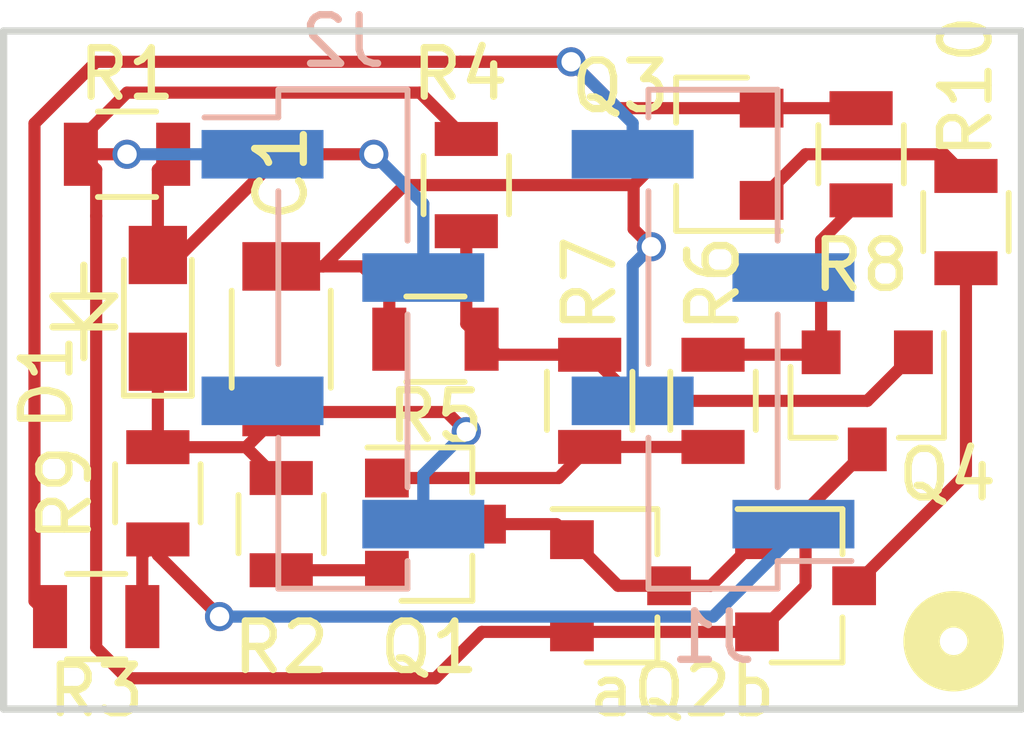
<source format=kicad_pcb>
(kicad_pcb (version 4) (host pcbnew 4.0.7)

  (general
    (links 32)
    (no_connects 0)
    (area 119.879 105.695 142.702 123.045)
    (thickness 1.6)
    (drawings 5)
    (tracks 104)
    (zones 0)
    (modules 20)
    (nets 16)
  )

  (page A4)
  (layers
    (0 F.Cu signal)
    (31 B.Cu signal)
    (32 B.Adhes user)
    (33 F.Adhes user)
    (34 B.Paste user hide)
    (35 F.Paste user)
    (36 B.SilkS user)
    (37 F.SilkS user)
    (38 B.Mask user)
    (39 F.Mask user)
    (40 Dwgs.User user)
    (41 Cmts.User user)
    (42 Eco1.User user)
    (43 Eco2.User user)
    (44 Edge.Cuts user)
    (45 Margin user)
    (46 B.CrtYd user)
    (47 F.CrtYd user hide)
    (48 B.Fab user hide)
    (49 F.Fab user hide)
  )

  (setup
    (last_trace_width 0.25)
    (trace_clearance 0.25)
    (zone_clearance 0.508)
    (zone_45_only no)
    (trace_min 0.2)
    (segment_width 0.75)
    (edge_width 0.15)
    (via_size 0.6)
    (via_drill 0.4)
    (via_min_size 0.4)
    (via_min_drill 0.3)
    (uvia_size 0.3)
    (uvia_drill 0.1)
    (uvias_allowed no)
    (uvia_min_size 0.2)
    (uvia_min_drill 0.1)
    (pcb_text_width 0.3)
    (pcb_text_size 1.5 1.5)
    (mod_edge_width 0.15)
    (mod_text_size 1 1)
    (mod_text_width 0.15)
    (pad_size 1.524 1.524)
    (pad_drill 0.762)
    (pad_to_mask_clearance 0.2)
    (aux_axis_origin 0 0)
    (visible_elements 7FFEFFBF)
    (pcbplotparams
      (layerselection 0x000f0_80000001)
      (usegerberextensions false)
      (excludeedgelayer true)
      (linewidth 0.100000)
      (plotframeref false)
      (viasonmask false)
      (mode 1)
      (useauxorigin false)
      (hpglpennumber 1)
      (hpglpenspeed 20)
      (hpglpendiameter 15)
      (hpglpenoverlay 2)
      (psnegative false)
      (psa4output false)
      (plotreference true)
      (plotvalue true)
      (plotinvisibletext false)
      (padsonsilk false)
      (subtractmaskfromsilk false)
      (outputformat 1)
      (mirror false)
      (drillshape 0)
      (scaleselection 1)
      (outputdirectory GerberFiles/))
  )

  (net 0 "")
  (net 1 "Net-(C1-Pad1)")
  (net 2 "Net-(C1-Pad2)")
  (net 3 "Net-(D1-Pad2)")
  (net 4 "Net-(Q1-Pad2)")
  (net 5 "Net-(Q1-Pad3)")
  (net 6 "Net-(Q1-Pad1)")
  (net 7 "Net-(BT1-Pad1)")
  (net 8 "Net-(Q2B1-Pad3)")
  (net 9 "Net-(BT1-Pad2)")
  (net 10 "Net-(Q4-Pad2)")
  (net 11 "Net-(Q4-Pad1)")
  (net 12 "Net-(Q3-Pad1)")
  (net 13 "Net-(J1-Pad1)")
  (net 14 "Net-(J1-Pad3)")
  (net 15 "Net-(J2-Pad3)")

  (net_class Default "This is the default net class."
    (clearance 0.25)
    (trace_width 0.25)
    (via_dia 0.6)
    (via_drill 0.4)
    (uvia_dia 0.3)
    (uvia_drill 0.1)
    (add_net "Net-(BT1-Pad1)")
    (add_net "Net-(BT1-Pad2)")
    (add_net "Net-(C1-Pad1)")
    (add_net "Net-(C1-Pad2)")
    (add_net "Net-(D1-Pad2)")
    (add_net "Net-(J1-Pad1)")
    (add_net "Net-(J1-Pad3)")
    (add_net "Net-(J2-Pad3)")
    (add_net "Net-(Q1-Pad1)")
    (add_net "Net-(Q1-Pad2)")
    (add_net "Net-(Q1-Pad3)")
    (add_net "Net-(Q2B1-Pad3)")
    (add_net "Net-(Q3-Pad1)")
    (add_net "Net-(Q4-Pad1)")
    (add_net "Net-(Q4-Pad2)")
  )

  (module Resistors_SMD:R_0805 (layer F.Cu) (tedit 5A283D2F) (tstamp 5A1F1A68)
    (at 123.19 116.205 270)
    (descr "Resistor SMD 0805, reflow soldering, Vishay (see dcrcw.pdf)")
    (tags "resistor 0805")
    (path /5A1F1570)
    (attr smd)
    (fp_text reference R2 (at 3.175 -2.54 360) (layer F.SilkS)
      (effects (font (size 1 1) (thickness 0.15)))
    )
    (fp_text value 5.6K (at 0 1.75 270) (layer F.Fab)
      (effects (font (size 1 1) (thickness 0.15)))
    )
    (fp_text user %R (at 0 0 270) (layer F.Fab)
      (effects (font (size 0.5 0.5) (thickness 0.075)))
    )
    (fp_line (start -1 0.62) (end -1 -0.62) (layer F.Fab) (width 0.1))
    (fp_line (start 1 0.62) (end -1 0.62) (layer F.Fab) (width 0.1))
    (fp_line (start 1 -0.62) (end 1 0.62) (layer F.Fab) (width 0.1))
    (fp_line (start -1 -0.62) (end 1 -0.62) (layer F.Fab) (width 0.1))
    (fp_line (start 0.6 0.88) (end -0.6 0.88) (layer F.SilkS) (width 0.12))
    (fp_line (start -0.6 -0.88) (end 0.6 -0.88) (layer F.SilkS) (width 0.12))
    (fp_line (start -1.55 -0.9) (end 1.55 -0.9) (layer F.CrtYd) (width 0.05))
    (fp_line (start -1.55 -0.9) (end -1.55 0.9) (layer F.CrtYd) (width 0.05))
    (fp_line (start 1.55 0.9) (end 1.55 -0.9) (layer F.CrtYd) (width 0.05))
    (fp_line (start 1.55 0.9) (end -1.55 0.9) (layer F.CrtYd) (width 0.05))
    (pad 1 smd rect (at -0.95 0 270) (size 0.7 1.3) (layers F.Cu F.Paste F.Mask)
      (net 2 "Net-(C1-Pad2)"))
    (pad 2 smd rect (at 0.95 0 270) (size 0.7 1.3) (layers F.Cu F.Paste F.Mask)
      (net 13 "Net-(J1-Pad1)"))
    (model ${KISYS3DMOD}/Resistors_SMD.3dshapes/R_0805.wrl
      (at (xyz 0 0 0))
      (scale (xyz 1 1 1))
      (rotate (xyz 0 0 0))
    )
  )

  (module LEDs:LED_0805 (layer F.Cu) (tedit 5A286304) (tstamp 5A1F1A39)
    (at 123.19 112.395 90)
    (descr "LED 0805 smd package")
    (tags "LED led 0805 SMD smd SMT smt smdled SMDLED smtled SMTLED")
    (path /5A1F2888)
    (attr smd)
    (fp_text reference D1 (at -1.524 -2.286 90) (layer F.SilkS)
      (effects (font (size 1 1) (thickness 0.15)))
    )
    (fp_text value LED (at 0 1.55 90) (layer F.Fab)
      (effects (font (size 1 1) (thickness 0.15)))
    )
    (fp_line (start -1.8 -0.7) (end -1.8 0.7) (layer F.SilkS) (width 0.12))
    (fp_line (start -0.4 -0.4) (end -0.4 0.4) (layer F.Fab) (width 0.1))
    (fp_line (start -0.4 0) (end 0.2 -0.4) (layer F.Fab) (width 0.1))
    (fp_line (start 0.2 0.4) (end -0.4 0) (layer F.Fab) (width 0.1))
    (fp_line (start 0.2 -0.4) (end 0.2 0.4) (layer F.Fab) (width 0.1))
    (fp_line (start 1 0.6) (end -1 0.6) (layer F.Fab) (width 0.1))
    (fp_line (start 1 -0.6) (end 1 0.6) (layer F.Fab) (width 0.1))
    (fp_line (start -1 -0.6) (end 1 -0.6) (layer F.Fab) (width 0.1))
    (fp_line (start -1 0.6) (end -1 -0.6) (layer F.Fab) (width 0.1))
    (fp_line (start -1.8 0.7) (end 1 0.7) (layer F.SilkS) (width 0.12))
    (fp_line (start -1.8 -0.7) (end 1 -0.7) (layer F.SilkS) (width 0.12))
    (fp_line (start 1.95 -0.85) (end 1.95 0.85) (layer F.CrtYd) (width 0.05))
    (fp_line (start 1.95 0.85) (end -1.95 0.85) (layer F.CrtYd) (width 0.05))
    (fp_line (start -1.95 0.85) (end -1.95 -0.85) (layer F.CrtYd) (width 0.05))
    (fp_line (start -1.95 -0.85) (end 1.95 -0.85) (layer F.CrtYd) (width 0.05))
    (fp_text user %R (at 0 -1.25 90) (layer F.Fab)
      (effects (font (size 0.4 0.4) (thickness 0.1)))
    )
    (pad 2 smd rect (at 1.1 0 270) (size 1.2 1.2) (layers F.Cu F.Paste F.Mask)
      (net 3 "Net-(D1-Pad2)"))
    (pad 1 smd rect (at -1.1 0 270) (size 1.2 1.2) (layers F.Cu F.Paste F.Mask)
      (net 2 "Net-(C1-Pad2)"))
    (model ${KISYS3DMOD}/LEDs.3dshapes/LED_0805.wrl
      (at (xyz 0 0 0))
      (scale (xyz 1 1 1))
      (rotate (xyz 0 0 180))
    )
  )

  (module Resistors_SMD:R_0805 (layer F.Cu) (tedit 58E0A804) (tstamp 5A1F1A62)
    (at 122.555 109.22)
    (descr "Resistor SMD 0805, reflow soldering, Vishay (see dcrcw.pdf)")
    (tags "resistor 0805")
    (path /5A1F12BF)
    (attr smd)
    (fp_text reference R1 (at 0 -1.65) (layer F.SilkS)
      (effects (font (size 1 1) (thickness 0.15)))
    )
    (fp_text value 12 (at 0 1.75) (layer F.Fab)
      (effects (font (size 1 1) (thickness 0.15)))
    )
    (fp_text user %R (at 0 0) (layer F.Fab)
      (effects (font (size 0.5 0.5) (thickness 0.075)))
    )
    (fp_line (start -1 0.62) (end -1 -0.62) (layer F.Fab) (width 0.1))
    (fp_line (start 1 0.62) (end -1 0.62) (layer F.Fab) (width 0.1))
    (fp_line (start 1 -0.62) (end 1 0.62) (layer F.Fab) (width 0.1))
    (fp_line (start -1 -0.62) (end 1 -0.62) (layer F.Fab) (width 0.1))
    (fp_line (start 0.6 0.88) (end -0.6 0.88) (layer F.SilkS) (width 0.12))
    (fp_line (start -0.6 -0.88) (end 0.6 -0.88) (layer F.SilkS) (width 0.12))
    (fp_line (start -1.55 -0.9) (end 1.55 -0.9) (layer F.CrtYd) (width 0.05))
    (fp_line (start -1.55 -0.9) (end -1.55 0.9) (layer F.CrtYd) (width 0.05))
    (fp_line (start 1.55 0.9) (end 1.55 -0.9) (layer F.CrtYd) (width 0.05))
    (fp_line (start 1.55 0.9) (end -1.55 0.9) (layer F.CrtYd) (width 0.05))
    (pad 1 smd rect (at -0.95 0) (size 0.7 1.3) (layers F.Cu F.Paste F.Mask)
      (net 7 "Net-(BT1-Pad1)"))
    (pad 2 smd rect (at 0.95 0) (size 0.7 1.3) (layers F.Cu F.Paste F.Mask)
      (net 3 "Net-(D1-Pad2)"))
    (model ${KISYS3DMOD}/Resistors_SMD.3dshapes/R_0805.wrl
      (at (xyz 0 0 0))
      (scale (xyz 1 1 1))
      (rotate (xyz 0 0 0))
    )
  )

  (module Resistors_SMD:R_0805 (layer F.Cu) (tedit 5A2863D0) (tstamp 5A1F1A6E)
    (at 121.92 118.745 180)
    (descr "Resistor SMD 0805, reflow soldering, Vishay (see dcrcw.pdf)")
    (tags "resistor 0805")
    (path /5A1F150A)
    (attr smd)
    (fp_text reference R3 (at 0 -1.524 180) (layer F.SilkS)
      (effects (font (size 1 1) (thickness 0.15)))
    )
    (fp_text value 3.3K (at 0 1.75 180) (layer F.Fab)
      (effects (font (size 1 1) (thickness 0.15)))
    )
    (fp_text user %R (at 0 0 180) (layer F.Fab)
      (effects (font (size 0.5 0.5) (thickness 0.075)))
    )
    (fp_line (start -1 0.62) (end -1 -0.62) (layer F.Fab) (width 0.1))
    (fp_line (start 1 0.62) (end -1 0.62) (layer F.Fab) (width 0.1))
    (fp_line (start 1 -0.62) (end 1 0.62) (layer F.Fab) (width 0.1))
    (fp_line (start -1 -0.62) (end 1 -0.62) (layer F.Fab) (width 0.1))
    (fp_line (start 0.6 0.88) (end -0.6 0.88) (layer F.SilkS) (width 0.12))
    (fp_line (start -0.6 -0.88) (end 0.6 -0.88) (layer F.SilkS) (width 0.12))
    (fp_line (start -1.55 -0.9) (end 1.55 -0.9) (layer F.CrtYd) (width 0.05))
    (fp_line (start -1.55 -0.9) (end -1.55 0.9) (layer F.CrtYd) (width 0.05))
    (fp_line (start 1.55 0.9) (end 1.55 -0.9) (layer F.CrtYd) (width 0.05))
    (fp_line (start 1.55 0.9) (end -1.55 0.9) (layer F.CrtYd) (width 0.05))
    (pad 1 smd rect (at -0.95 0 180) (size 0.7 1.3) (layers F.Cu F.Paste F.Mask)
      (net 13 "Net-(J1-Pad1)"))
    (pad 2 smd rect (at 0.95 0 180) (size 0.7 1.3) (layers F.Cu F.Paste F.Mask)
      (net 9 "Net-(BT1-Pad2)"))
    (model ${KISYS3DMOD}/Resistors_SMD.3dshapes/R_0805.wrl
      (at (xyz 0 0 0))
      (scale (xyz 1 1 1))
      (rotate (xyz 0 0 0))
    )
  )

  (module Resistors_SMD:R_0805 (layer F.Cu) (tedit 5A284058) (tstamp 5A1F1A74)
    (at 129.54 109.855 270)
    (descr "Resistor SMD 0805, reflow soldering, Vishay (see dcrcw.pdf)")
    (tags "resistor 0805")
    (path /5A1F1353)
    (attr smd)
    (fp_text reference R4 (at -2.286 0.127 360) (layer F.SilkS)
      (effects (font (size 1 1) (thickness 0.15)))
    )
    (fp_text value 410 (at 0 1.75 270) (layer F.Fab)
      (effects (font (size 1 1) (thickness 0.15)))
    )
    (fp_text user %R (at 0 0 270) (layer F.Fab)
      (effects (font (size 0.5 0.5) (thickness 0.075)))
    )
    (fp_line (start -1 0.62) (end -1 -0.62) (layer F.Fab) (width 0.1))
    (fp_line (start 1 0.62) (end -1 0.62) (layer F.Fab) (width 0.1))
    (fp_line (start 1 -0.62) (end 1 0.62) (layer F.Fab) (width 0.1))
    (fp_line (start -1 -0.62) (end 1 -0.62) (layer F.Fab) (width 0.1))
    (fp_line (start 0.6 0.88) (end -0.6 0.88) (layer F.SilkS) (width 0.12))
    (fp_line (start -0.6 -0.88) (end 0.6 -0.88) (layer F.SilkS) (width 0.12))
    (fp_line (start -1.55 -0.9) (end 1.55 -0.9) (layer F.CrtYd) (width 0.05))
    (fp_line (start -1.55 -0.9) (end -1.55 0.9) (layer F.CrtYd) (width 0.05))
    (fp_line (start 1.55 0.9) (end 1.55 -0.9) (layer F.CrtYd) (width 0.05))
    (fp_line (start 1.55 0.9) (end -1.55 0.9) (layer F.CrtYd) (width 0.05))
    (pad 1 smd rect (at -0.95 0 270) (size 0.7 1.3) (layers F.Cu F.Paste F.Mask)
      (net 7 "Net-(BT1-Pad1)"))
    (pad 2 smd rect (at 0.95 0 270) (size 0.7 1.3) (layers F.Cu F.Paste F.Mask)
      (net 11 "Net-(Q4-Pad1)"))
    (model ${KISYS3DMOD}/Resistors_SMD.3dshapes/R_0805.wrl
      (at (xyz 0 0 0))
      (scale (xyz 1 1 1))
      (rotate (xyz 0 0 0))
    )
  )

  (module Resistors_SMD:R_0805 (layer F.Cu) (tedit 5A28449C) (tstamp 5A1F1A7A)
    (at 128.905 113.03 180)
    (descr "Resistor SMD 0805, reflow soldering, Vishay (see dcrcw.pdf)")
    (tags "resistor 0805")
    (path /5A1F13B4)
    (attr smd)
    (fp_text reference R5 (at 0 -1.5875 180) (layer F.SilkS)
      (effects (font (size 1 1) (thickness 0.15)))
    )
    (fp_text value 410 (at 0 1.75 180) (layer F.Fab)
      (effects (font (size 1 1) (thickness 0.15)))
    )
    (fp_text user %R (at 0 0 180) (layer F.Fab)
      (effects (font (size 0.5 0.5) (thickness 0.075)))
    )
    (fp_line (start -1 0.62) (end -1 -0.62) (layer F.Fab) (width 0.1))
    (fp_line (start 1 0.62) (end -1 0.62) (layer F.Fab) (width 0.1))
    (fp_line (start 1 -0.62) (end 1 0.62) (layer F.Fab) (width 0.1))
    (fp_line (start -1 -0.62) (end 1 -0.62) (layer F.Fab) (width 0.1))
    (fp_line (start 0.6 0.88) (end -0.6 0.88) (layer F.SilkS) (width 0.12))
    (fp_line (start -0.6 -0.88) (end 0.6 -0.88) (layer F.SilkS) (width 0.12))
    (fp_line (start -1.55 -0.9) (end 1.55 -0.9) (layer F.CrtYd) (width 0.05))
    (fp_line (start -1.55 -0.9) (end -1.55 0.9) (layer F.CrtYd) (width 0.05))
    (fp_line (start 1.55 0.9) (end 1.55 -0.9) (layer F.CrtYd) (width 0.05))
    (fp_line (start 1.55 0.9) (end -1.55 0.9) (layer F.CrtYd) (width 0.05))
    (pad 1 smd rect (at -0.95 0 180) (size 0.7 1.3) (layers F.Cu F.Paste F.Mask)
      (net 11 "Net-(Q4-Pad1)"))
    (pad 2 smd rect (at 0.95 0 180) (size 0.7 1.3) (layers F.Cu F.Paste F.Mask)
      (net 1 "Net-(C1-Pad1)"))
    (model ${KISYS3DMOD}/Resistors_SMD.3dshapes/R_0805.wrl
      (at (xyz 0 0 0))
      (scale (xyz 1 1 1))
      (rotate (xyz 0 0 0))
    )
  )

  (module Resistors_SMD:R_0805 (layer F.Cu) (tedit 5A28401D) (tstamp 5A1F1A80)
    (at 132.08 114.3 270)
    (descr "Resistor SMD 0805, reflow soldering, Vishay (see dcrcw.pdf)")
    (tags "resistor 0805")
    (path /5A1F2593)
    (attr smd)
    (fp_text reference R6 (at -2.413 -2.54 270) (layer F.SilkS)
      (effects (font (size 1 1) (thickness 0.15)))
    )
    (fp_text value 22K (at 0 1.75 270) (layer F.Fab)
      (effects (font (size 1 1) (thickness 0.15)))
    )
    (fp_text user %R (at 0 0 270) (layer F.Fab)
      (effects (font (size 0.5 0.5) (thickness 0.075)))
    )
    (fp_line (start -1 0.62) (end -1 -0.62) (layer F.Fab) (width 0.1))
    (fp_line (start 1 0.62) (end -1 0.62) (layer F.Fab) (width 0.1))
    (fp_line (start 1 -0.62) (end 1 0.62) (layer F.Fab) (width 0.1))
    (fp_line (start -1 -0.62) (end 1 -0.62) (layer F.Fab) (width 0.1))
    (fp_line (start 0.6 0.88) (end -0.6 0.88) (layer F.SilkS) (width 0.12))
    (fp_line (start -0.6 -0.88) (end 0.6 -0.88) (layer F.SilkS) (width 0.12))
    (fp_line (start -1.55 -0.9) (end 1.55 -0.9) (layer F.CrtYd) (width 0.05))
    (fp_line (start -1.55 -0.9) (end -1.55 0.9) (layer F.CrtYd) (width 0.05))
    (fp_line (start 1.55 0.9) (end 1.55 -0.9) (layer F.CrtYd) (width 0.05))
    (fp_line (start 1.55 0.9) (end -1.55 0.9) (layer F.CrtYd) (width 0.05))
    (pad 1 smd rect (at -0.95 0 270) (size 0.7 1.3) (layers F.Cu F.Paste F.Mask)
      (net 11 "Net-(Q4-Pad1)"))
    (pad 2 smd rect (at 0.95 0 270) (size 0.7 1.3) (layers F.Cu F.Paste F.Mask)
      (net 6 "Net-(Q1-Pad1)"))
    (model ${KISYS3DMOD}/Resistors_SMD.3dshapes/R_0805.wrl
      (at (xyz 0 0 0))
      (scale (xyz 1 1 1))
      (rotate (xyz 0 0 0))
    )
  )

  (module Resistors_SMD:R_0805 (layer F.Cu) (tedit 5A283E64) (tstamp 5A1F1A86)
    (at 134.62 114.3 90)
    (descr "Resistor SMD 0805, reflow soldering, Vishay (see dcrcw.pdf)")
    (tags "resistor 0805")
    (path /5A1F25EB)
    (attr smd)
    (fp_text reference R7 (at 2.413 -2.54 90) (layer F.SilkS)
      (effects (font (size 1 1) (thickness 0.15)))
    )
    (fp_text value 10K (at 0 1.75 90) (layer F.Fab)
      (effects (font (size 1 1) (thickness 0.15)))
    )
    (fp_text user %R (at 0 0 90) (layer F.Fab)
      (effects (font (size 0.5 0.5) (thickness 0.075)))
    )
    (fp_line (start -1 0.62) (end -1 -0.62) (layer F.Fab) (width 0.1))
    (fp_line (start 1 0.62) (end -1 0.62) (layer F.Fab) (width 0.1))
    (fp_line (start 1 -0.62) (end 1 0.62) (layer F.Fab) (width 0.1))
    (fp_line (start -1 -0.62) (end 1 -0.62) (layer F.Fab) (width 0.1))
    (fp_line (start 0.6 0.88) (end -0.6 0.88) (layer F.SilkS) (width 0.12))
    (fp_line (start -0.6 -0.88) (end 0.6 -0.88) (layer F.SilkS) (width 0.12))
    (fp_line (start -1.55 -0.9) (end 1.55 -0.9) (layer F.CrtYd) (width 0.05))
    (fp_line (start -1.55 -0.9) (end -1.55 0.9) (layer F.CrtYd) (width 0.05))
    (fp_line (start 1.55 0.9) (end 1.55 -0.9) (layer F.CrtYd) (width 0.05))
    (fp_line (start 1.55 0.9) (end -1.55 0.9) (layer F.CrtYd) (width 0.05))
    (pad 1 smd rect (at -0.95 0 90) (size 0.7 1.3) (layers F.Cu F.Paste F.Mask)
      (net 6 "Net-(Q1-Pad1)"))
    (pad 2 smd rect (at 0.95 0 90) (size 0.7 1.3) (layers F.Cu F.Paste F.Mask)
      (net 10 "Net-(Q4-Pad2)"))
    (model ${KISYS3DMOD}/Resistors_SMD.3dshapes/R_0805.wrl
      (at (xyz 0 0 0))
      (scale (xyz 1 1 1))
      (rotate (xyz 0 0 0))
    )
  )

  (module Resistors_SMD:R_0805 (layer F.Cu) (tedit 5A2843E8) (tstamp 5A1F1A8C)
    (at 137.668 109.22 90)
    (descr "Resistor SMD 0805, reflow soldering, Vishay (see dcrcw.pdf)")
    (tags "resistor 0805")
    (path /5A1F14BB)
    (attr smd)
    (fp_text reference R8 (at -2.286 0 180) (layer F.SilkS)
      (effects (font (size 1 1) (thickness 0.15)))
    )
    (fp_text value 22K (at 0 1.75 90) (layer F.Fab)
      (effects (font (size 1 1) (thickness 0.15)))
    )
    (fp_text user %R (at 0 0 90) (layer F.Fab)
      (effects (font (size 0.5 0.5) (thickness 0.075)))
    )
    (fp_line (start -1 0.62) (end -1 -0.62) (layer F.Fab) (width 0.1))
    (fp_line (start 1 0.62) (end -1 0.62) (layer F.Fab) (width 0.1))
    (fp_line (start 1 -0.62) (end 1 0.62) (layer F.Fab) (width 0.1))
    (fp_line (start -1 -0.62) (end 1 -0.62) (layer F.Fab) (width 0.1))
    (fp_line (start 0.6 0.88) (end -0.6 0.88) (layer F.SilkS) (width 0.12))
    (fp_line (start -0.6 -0.88) (end 0.6 -0.88) (layer F.SilkS) (width 0.12))
    (fp_line (start -1.55 -0.9) (end 1.55 -0.9) (layer F.CrtYd) (width 0.05))
    (fp_line (start -1.55 -0.9) (end -1.55 0.9) (layer F.CrtYd) (width 0.05))
    (fp_line (start 1.55 0.9) (end 1.55 -0.9) (layer F.CrtYd) (width 0.05))
    (fp_line (start 1.55 0.9) (end -1.55 0.9) (layer F.CrtYd) (width 0.05))
    (pad 1 smd rect (at -0.95 0 90) (size 0.7 1.3) (layers F.Cu F.Paste F.Mask)
      (net 10 "Net-(Q4-Pad2)"))
    (pad 2 smd rect (at 0.95 0 90) (size 0.7 1.3) (layers F.Cu F.Paste F.Mask)
      (net 9 "Net-(BT1-Pad2)"))
    (model ${KISYS3DMOD}/Resistors_SMD.3dshapes/R_0805.wrl
      (at (xyz 0 0 0))
      (scale (xyz 1 1 1))
      (rotate (xyz 0 0 0))
    )
  )

  (module Resistors_SMD:R_0805 (layer F.Cu) (tedit 5A283DBE) (tstamp 5A1F1A92)
    (at 125.73 116.84 90)
    (descr "Resistor SMD 0805, reflow soldering, Vishay (see dcrcw.pdf)")
    (tags "resistor 0805")
    (path /5A1F13F7)
    (attr smd)
    (fp_text reference R9 (at 0.635 -4.445 90) (layer F.SilkS)
      (effects (font (size 1 1) (thickness 0.15)))
    )
    (fp_text value 100 (at 0 1.75 90) (layer F.Fab)
      (effects (font (size 1 1) (thickness 0.15)))
    )
    (fp_text user %R (at 0 0 90) (layer F.Fab)
      (effects (font (size 0.5 0.5) (thickness 0.075)))
    )
    (fp_line (start -1 0.62) (end -1 -0.62) (layer F.Fab) (width 0.1))
    (fp_line (start 1 0.62) (end -1 0.62) (layer F.Fab) (width 0.1))
    (fp_line (start 1 -0.62) (end 1 0.62) (layer F.Fab) (width 0.1))
    (fp_line (start -1 -0.62) (end 1 -0.62) (layer F.Fab) (width 0.1))
    (fp_line (start 0.6 0.88) (end -0.6 0.88) (layer F.SilkS) (width 0.12))
    (fp_line (start -0.6 -0.88) (end 0.6 -0.88) (layer F.SilkS) (width 0.12))
    (fp_line (start -1.55 -0.9) (end 1.55 -0.9) (layer F.CrtYd) (width 0.05))
    (fp_line (start -1.55 -0.9) (end -1.55 0.9) (layer F.CrtYd) (width 0.05))
    (fp_line (start 1.55 0.9) (end 1.55 -0.9) (layer F.CrtYd) (width 0.05))
    (fp_line (start 1.55 0.9) (end -1.55 0.9) (layer F.CrtYd) (width 0.05))
    (pad 1 smd rect (at -0.95 0 90) (size 0.7 1.3) (layers F.Cu F.Paste F.Mask)
      (net 4 "Net-(Q1-Pad2)"))
    (pad 2 smd rect (at 0.95 0 90) (size 0.7 1.3) (layers F.Cu F.Paste F.Mask)
      (net 2 "Net-(C1-Pad2)"))
    (model ${KISYS3DMOD}/Resistors_SMD.3dshapes/R_0805.wrl
      (at (xyz 0 0 0))
      (scale (xyz 1 1 1))
      (rotate (xyz 0 0 0))
    )
  )

  (module TO_SOT_Packages_SMD:SOT-23 (layer F.Cu) (tedit 5A283F39) (tstamp 5A204EE0)
    (at 128.905 116.84)
    (descr "SOT-23, Standard")
    (tags SOT-23)
    (path /5A256DC3)
    (attr smd)
    (fp_text reference Q1 (at -0.127 2.54) (layer F.SilkS)
      (effects (font (size 1 1) (thickness 0.15)))
    )
    (fp_text value MMBT3904 (at 0 2.5) (layer F.Fab)
      (effects (font (size 1 1) (thickness 0.15)))
    )
    (fp_text user %R (at 0 0 90) (layer F.Fab)
      (effects (font (size 0.5 0.5) (thickness 0.075)))
    )
    (fp_line (start -0.7 -0.95) (end -0.7 1.5) (layer F.Fab) (width 0.1))
    (fp_line (start -0.15 -1.52) (end 0.7 -1.52) (layer F.Fab) (width 0.1))
    (fp_line (start -0.7 -0.95) (end -0.15 -1.52) (layer F.Fab) (width 0.1))
    (fp_line (start 0.7 -1.52) (end 0.7 1.52) (layer F.Fab) (width 0.1))
    (fp_line (start -0.7 1.52) (end 0.7 1.52) (layer F.Fab) (width 0.1))
    (fp_line (start 0.76 1.58) (end 0.76 0.65) (layer F.SilkS) (width 0.12))
    (fp_line (start 0.76 -1.58) (end 0.76 -0.65) (layer F.SilkS) (width 0.12))
    (fp_line (start -1.7 -1.75) (end 1.7 -1.75) (layer F.CrtYd) (width 0.05))
    (fp_line (start 1.7 -1.75) (end 1.7 1.75) (layer F.CrtYd) (width 0.05))
    (fp_line (start 1.7 1.75) (end -1.7 1.75) (layer F.CrtYd) (width 0.05))
    (fp_line (start -1.7 1.75) (end -1.7 -1.75) (layer F.CrtYd) (width 0.05))
    (fp_line (start 0.76 -1.58) (end -1.4 -1.58) (layer F.SilkS) (width 0.12))
    (fp_line (start 0.76 1.58) (end -0.7 1.58) (layer F.SilkS) (width 0.12))
    (pad 1 smd rect (at -1 -0.95) (size 0.9 0.8) (layers F.Cu F.Paste F.Mask)
      (net 6 "Net-(Q1-Pad1)"))
    (pad 2 smd rect (at -1 0.95) (size 0.9 0.8) (layers F.Cu F.Paste F.Mask)
      (net 4 "Net-(Q1-Pad2)"))
    (pad 3 smd rect (at 1 0) (size 0.9 0.8) (layers F.Cu F.Paste F.Mask)
      (net 5 "Net-(Q1-Pad3)"))
    (model ${KISYS3DMOD}/TO_SOT_Packages_SMD.3dshapes/SOT-23.wrl
      (at (xyz 0 0 0))
      (scale (xyz 1 1 1))
      (rotate (xyz 0 0 0))
    )
  )

  (module TO_SOT_Packages_SMD:SOT-23 (layer F.Cu) (tedit 5A2844C4) (tstamp 5A204EF5)
    (at 132.715 118.11)
    (descr "SOT-23, Standard")
    (tags SOT-23)
    (path /5A2571F4)
    (attr smd)
    (fp_text reference aQ2b (at 1.27 2.159) (layer F.SilkS)
      (effects (font (size 1 1) (thickness 0.15)))
    )
    (fp_text value MMBT3906 (at 0 2.5) (layer F.Fab)
      (effects (font (size 1 1) (thickness 0.15)))
    )
    (fp_text user %R (at 0 0 90) (layer F.Fab)
      (effects (font (size 0.5 0.5) (thickness 0.075)))
    )
    (fp_line (start -0.7 -0.95) (end -0.7 1.5) (layer F.Fab) (width 0.1))
    (fp_line (start -0.15 -1.52) (end 0.7 -1.52) (layer F.Fab) (width 0.1))
    (fp_line (start -0.7 -0.95) (end -0.15 -1.52) (layer F.Fab) (width 0.1))
    (fp_line (start 0.7 -1.52) (end 0.7 1.52) (layer F.Fab) (width 0.1))
    (fp_line (start -0.7 1.52) (end 0.7 1.52) (layer F.Fab) (width 0.1))
    (fp_line (start 0.76 1.58) (end 0.76 0.65) (layer F.SilkS) (width 0.12))
    (fp_line (start 0.76 -1.58) (end 0.76 -0.65) (layer F.SilkS) (width 0.12))
    (fp_line (start -1.7 -1.75) (end 1.7 -1.75) (layer F.CrtYd) (width 0.05))
    (fp_line (start 1.7 -1.75) (end 1.7 1.75) (layer F.CrtYd) (width 0.05))
    (fp_line (start 1.7 1.75) (end -1.7 1.75) (layer F.CrtYd) (width 0.05))
    (fp_line (start -1.7 1.75) (end -1.7 -1.75) (layer F.CrtYd) (width 0.05))
    (fp_line (start 0.76 -1.58) (end -1.4 -1.58) (layer F.SilkS) (width 0.12))
    (fp_line (start 0.76 1.58) (end -0.7 1.58) (layer F.SilkS) (width 0.12))
    (pad 1 smd rect (at -1 -0.95) (size 0.9 0.8) (layers F.Cu F.Paste F.Mask)
      (net 5 "Net-(Q1-Pad3)"))
    (pad 2 smd rect (at -1 0.95) (size 0.9 0.8) (layers F.Cu F.Paste F.Mask)
      (net 7 "Net-(BT1-Pad1)"))
    (pad 3 smd rect (at 1 0) (size 0.9 0.8) (layers F.Cu F.Paste F.Mask)
      (net 5 "Net-(Q1-Pad3)"))
    (model ${KISYS3DMOD}/TO_SOT_Packages_SMD.3dshapes/SOT-23.wrl
      (at (xyz 0 0 0))
      (scale (xyz 1 1 1))
      (rotate (xyz 0 0 0))
    )
  )

  (module TO_SOT_Packages_SMD:SOT-23 (layer F.Cu) (tedit 5A283F75) (tstamp 5A204F0A)
    (at 136.525 118.11)
    (descr "SOT-23, Standard")
    (tags SOT-23)
    (path /5A25759B)
    (attr smd)
    (fp_text reference Q2B1 (at -0.254 3.81) (layer F.SilkS) hide
      (effects (font (size 1 1) (thickness 0.15)))
    )
    (fp_text value MMBT3906 (at 0 2.5) (layer F.Fab)
      (effects (font (size 1 1) (thickness 0.15)))
    )
    (fp_text user %R (at 0 0 90) (layer F.Fab)
      (effects (font (size 0.5 0.5) (thickness 0.075)))
    )
    (fp_line (start -0.7 -0.95) (end -0.7 1.5) (layer F.Fab) (width 0.1))
    (fp_line (start -0.15 -1.52) (end 0.7 -1.52) (layer F.Fab) (width 0.1))
    (fp_line (start -0.7 -0.95) (end -0.15 -1.52) (layer F.Fab) (width 0.1))
    (fp_line (start 0.7 -1.52) (end 0.7 1.52) (layer F.Fab) (width 0.1))
    (fp_line (start -0.7 1.52) (end 0.7 1.52) (layer F.Fab) (width 0.1))
    (fp_line (start 0.76 1.58) (end 0.76 0.65) (layer F.SilkS) (width 0.12))
    (fp_line (start 0.76 -1.58) (end 0.76 -0.65) (layer F.SilkS) (width 0.12))
    (fp_line (start -1.7 -1.75) (end 1.7 -1.75) (layer F.CrtYd) (width 0.05))
    (fp_line (start 1.7 -1.75) (end 1.7 1.75) (layer F.CrtYd) (width 0.05))
    (fp_line (start 1.7 1.75) (end -1.7 1.75) (layer F.CrtYd) (width 0.05))
    (fp_line (start -1.7 1.75) (end -1.7 -1.75) (layer F.CrtYd) (width 0.05))
    (fp_line (start 0.76 -1.58) (end -1.4 -1.58) (layer F.SilkS) (width 0.12))
    (fp_line (start 0.76 1.58) (end -0.7 1.58) (layer F.SilkS) (width 0.12))
    (pad 1 smd rect (at -1 -0.95) (size 0.9 0.8) (layers F.Cu F.Paste F.Mask)
      (net 5 "Net-(Q1-Pad3)"))
    (pad 2 smd rect (at -1 0.95) (size 0.9 0.8) (layers F.Cu F.Paste F.Mask)
      (net 7 "Net-(BT1-Pad1)"))
    (pad 3 smd rect (at 1 0) (size 0.9 0.8) (layers F.Cu F.Paste F.Mask)
      (net 8 "Net-(Q2B1-Pad3)"))
    (model ${KISYS3DMOD}/TO_SOT_Packages_SMD.3dshapes/SOT-23.wrl
      (at (xyz 0 0 0))
      (scale (xyz 1 1 1))
      (rotate (xyz 0 0 0))
    )
  )

  (module TO_SOT_Packages_SMD:SOT-23 (layer F.Cu) (tedit 5A2846CC) (tstamp 5A204F1F)
    (at 134.62 109.22 180)
    (descr "SOT-23, Standard")
    (tags SOT-23)
    (path /5A256E35)
    (attr smd)
    (fp_text reference Q3 (at 1.905 1.397 180) (layer F.SilkS)
      (effects (font (size 1 1) (thickness 0.15)))
    )
    (fp_text value MMBT3904 (at 0 2.5 180) (layer F.Fab)
      (effects (font (size 1 1) (thickness 0.15)))
    )
    (fp_text user %R (at 0 0 270) (layer F.Fab)
      (effects (font (size 0.5 0.5) (thickness 0.075)))
    )
    (fp_line (start -0.7 -0.95) (end -0.7 1.5) (layer F.Fab) (width 0.1))
    (fp_line (start -0.15 -1.52) (end 0.7 -1.52) (layer F.Fab) (width 0.1))
    (fp_line (start -0.7 -0.95) (end -0.15 -1.52) (layer F.Fab) (width 0.1))
    (fp_line (start 0.7 -1.52) (end 0.7 1.52) (layer F.Fab) (width 0.1))
    (fp_line (start -0.7 1.52) (end 0.7 1.52) (layer F.Fab) (width 0.1))
    (fp_line (start 0.76 1.58) (end 0.76 0.65) (layer F.SilkS) (width 0.12))
    (fp_line (start 0.76 -1.58) (end 0.76 -0.65) (layer F.SilkS) (width 0.12))
    (fp_line (start -1.7 -1.75) (end 1.7 -1.75) (layer F.CrtYd) (width 0.05))
    (fp_line (start 1.7 -1.75) (end 1.7 1.75) (layer F.CrtYd) (width 0.05))
    (fp_line (start 1.7 1.75) (end -1.7 1.75) (layer F.CrtYd) (width 0.05))
    (fp_line (start -1.7 1.75) (end -1.7 -1.75) (layer F.CrtYd) (width 0.05))
    (fp_line (start 0.76 -1.58) (end -1.4 -1.58) (layer F.SilkS) (width 0.12))
    (fp_line (start 0.76 1.58) (end -0.7 1.58) (layer F.SilkS) (width 0.12))
    (pad 1 smd rect (at -1 -0.95 180) (size 0.9 0.8) (layers F.Cu F.Paste F.Mask)
      (net 12 "Net-(Q3-Pad1)"))
    (pad 2 smd rect (at -1 0.95 180) (size 0.9 0.8) (layers F.Cu F.Paste F.Mask)
      (net 9 "Net-(BT1-Pad2)"))
    (pad 3 smd rect (at 1 0 180) (size 0.9 0.8) (layers F.Cu F.Paste F.Mask)
      (net 1 "Net-(C1-Pad1)"))
    (model ${KISYS3DMOD}/TO_SOT_Packages_SMD.3dshapes/SOT-23.wrl
      (at (xyz 0 0 0))
      (scale (xyz 1 1 1))
      (rotate (xyz 0 0 0))
    )
  )

  (module TO_SOT_Packages_SMD:SOT-23 (layer F.Cu) (tedit 5A284413) (tstamp 5A204F34)
    (at 137.795 114.3 270)
    (descr "SOT-23, Standard")
    (tags SOT-23)
    (path /5A256999)
    (attr smd)
    (fp_text reference Q4 (at 1.524 -1.651 360) (layer F.SilkS)
      (effects (font (size 1 1) (thickness 0.15)))
    )
    (fp_text value MMBT3904 (at 0 2.5 270) (layer F.Fab)
      (effects (font (size 1 1) (thickness 0.15)))
    )
    (fp_text user %R (at 0 0 360) (layer F.Fab)
      (effects (font (size 0.5 0.5) (thickness 0.075)))
    )
    (fp_line (start -0.7 -0.95) (end -0.7 1.5) (layer F.Fab) (width 0.1))
    (fp_line (start -0.15 -1.52) (end 0.7 -1.52) (layer F.Fab) (width 0.1))
    (fp_line (start -0.7 -0.95) (end -0.15 -1.52) (layer F.Fab) (width 0.1))
    (fp_line (start 0.7 -1.52) (end 0.7 1.52) (layer F.Fab) (width 0.1))
    (fp_line (start -0.7 1.52) (end 0.7 1.52) (layer F.Fab) (width 0.1))
    (fp_line (start 0.76 1.58) (end 0.76 0.65) (layer F.SilkS) (width 0.12))
    (fp_line (start 0.76 -1.58) (end 0.76 -0.65) (layer F.SilkS) (width 0.12))
    (fp_line (start -1.7 -1.75) (end 1.7 -1.75) (layer F.CrtYd) (width 0.05))
    (fp_line (start 1.7 -1.75) (end 1.7 1.75) (layer F.CrtYd) (width 0.05))
    (fp_line (start 1.7 1.75) (end -1.7 1.75) (layer F.CrtYd) (width 0.05))
    (fp_line (start -1.7 1.75) (end -1.7 -1.75) (layer F.CrtYd) (width 0.05))
    (fp_line (start 0.76 -1.58) (end -1.4 -1.58) (layer F.SilkS) (width 0.12))
    (fp_line (start 0.76 1.58) (end -0.7 1.58) (layer F.SilkS) (width 0.12))
    (pad 1 smd rect (at -1 -0.95 270) (size 0.9 0.8) (layers F.Cu F.Paste F.Mask)
      (net 11 "Net-(Q4-Pad1)"))
    (pad 2 smd rect (at -1 0.95 270) (size 0.9 0.8) (layers F.Cu F.Paste F.Mask)
      (net 10 "Net-(Q4-Pad2)"))
    (pad 3 smd rect (at 1 0 270) (size 0.9 0.8) (layers F.Cu F.Paste F.Mask)
      (net 7 "Net-(BT1-Pad1)"))
    (model ${KISYS3DMOD}/TO_SOT_Packages_SMD.3dshapes/SOT-23.wrl
      (at (xyz 0 0 0))
      (scale (xyz 1 1 1))
      (rotate (xyz 0 0 0))
    )
  )

  (module Resistors_SMD:R_0805 (layer F.Cu) (tedit 5A2843F1) (tstamp 5A20505E)
    (at 139.827 110.617 90)
    (descr "Resistor SMD 0805, reflow soldering, Vishay (see dcrcw.pdf)")
    (tags "resistor 0805")
    (path /5A206553)
    (attr smd)
    (fp_text reference R10 (at 2.794 0 90) (layer F.SilkS)
      (effects (font (size 1 1) (thickness 0.15)))
    )
    (fp_text value 0 (at 0 1.75 90) (layer F.Fab)
      (effects (font (size 1 1) (thickness 0.15)))
    )
    (fp_text user %R (at 0 0 90) (layer F.Fab)
      (effects (font (size 0.5 0.5) (thickness 0.075)))
    )
    (fp_line (start -1 0.62) (end -1 -0.62) (layer F.Fab) (width 0.1))
    (fp_line (start 1 0.62) (end -1 0.62) (layer F.Fab) (width 0.1))
    (fp_line (start 1 -0.62) (end 1 0.62) (layer F.Fab) (width 0.1))
    (fp_line (start -1 -0.62) (end 1 -0.62) (layer F.Fab) (width 0.1))
    (fp_line (start 0.6 0.88) (end -0.6 0.88) (layer F.SilkS) (width 0.12))
    (fp_line (start -0.6 -0.88) (end 0.6 -0.88) (layer F.SilkS) (width 0.12))
    (fp_line (start -1.55 -0.9) (end 1.55 -0.9) (layer F.CrtYd) (width 0.05))
    (fp_line (start -1.55 -0.9) (end -1.55 0.9) (layer F.CrtYd) (width 0.05))
    (fp_line (start 1.55 0.9) (end 1.55 -0.9) (layer F.CrtYd) (width 0.05))
    (fp_line (start 1.55 0.9) (end -1.55 0.9) (layer F.CrtYd) (width 0.05))
    (pad 1 smd rect (at -0.95 0 90) (size 0.7 1.3) (layers F.Cu F.Paste F.Mask)
      (net 8 "Net-(Q2B1-Pad3)"))
    (pad 2 smd rect (at 0.95 0 90) (size 0.7 1.3) (layers F.Cu F.Paste F.Mask)
      (net 12 "Net-(Q3-Pad1)"))
    (model ${KISYS3DMOD}/Resistors_SMD.3dshapes/R_0805.wrl
      (at (xyz 0 0 0))
      (scale (xyz 1 1 1))
      (rotate (xyz 0 0 0))
    )
  )

  (module Pin_Headers:Pin_Header_Straight_1x04_Pitch2.54mm_SMD_Pin1Right (layer B.Cu) (tedit 59650532) (tstamp 5A2342F2)
    (at 134.62 113.03)
    (descr "surface-mounted straight pin header, 1x04, 2.54mm pitch, single row, style 2 (pin 1 right)")
    (tags "Surface mounted pin header SMD 1x04 2.54mm single row style2 pin1 right")
    (path /5A21958D)
    (attr smd)
    (fp_text reference J1 (at 0 6.14) (layer B.SilkS)
      (effects (font (size 1 1) (thickness 0.15)) (justify mirror))
    )
    (fp_text value Conn_01x04 (at 0 -6.14) (layer B.Fab)
      (effects (font (size 1 1) (thickness 0.15)) (justify mirror))
    )
    (fp_line (start 1.27 -5.08) (end -1.27 -5.08) (layer B.Fab) (width 0.1))
    (fp_line (start -1.27 5.08) (end 0.32 5.08) (layer B.Fab) (width 0.1))
    (fp_line (start 1.27 -5.08) (end 1.27 4.13) (layer B.Fab) (width 0.1))
    (fp_line (start 1.27 4.13) (end 0.32 5.08) (layer B.Fab) (width 0.1))
    (fp_line (start -1.27 5.08) (end -1.27 -5.08) (layer B.Fab) (width 0.1))
    (fp_line (start -1.27 1.59) (end -2.54 1.59) (layer B.Fab) (width 0.1))
    (fp_line (start -2.54 1.59) (end -2.54 0.95) (layer B.Fab) (width 0.1))
    (fp_line (start -2.54 0.95) (end -1.27 0.95) (layer B.Fab) (width 0.1))
    (fp_line (start -1.27 -3.49) (end -2.54 -3.49) (layer B.Fab) (width 0.1))
    (fp_line (start -2.54 -3.49) (end -2.54 -4.13) (layer B.Fab) (width 0.1))
    (fp_line (start -2.54 -4.13) (end -1.27 -4.13) (layer B.Fab) (width 0.1))
    (fp_line (start 1.27 4.13) (end 2.54 4.13) (layer B.Fab) (width 0.1))
    (fp_line (start 2.54 4.13) (end 2.54 3.49) (layer B.Fab) (width 0.1))
    (fp_line (start 2.54 3.49) (end 1.27 3.49) (layer B.Fab) (width 0.1))
    (fp_line (start 1.27 -0.95) (end 2.54 -0.95) (layer B.Fab) (width 0.1))
    (fp_line (start 2.54 -0.95) (end 2.54 -1.59) (layer B.Fab) (width 0.1))
    (fp_line (start 2.54 -1.59) (end 1.27 -1.59) (layer B.Fab) (width 0.1))
    (fp_line (start -1.33 5.14) (end 1.33 5.14) (layer B.SilkS) (width 0.12))
    (fp_line (start -1.33 -5.14) (end 1.33 -5.14) (layer B.SilkS) (width 0.12))
    (fp_line (start 1.33 3.05) (end 1.33 -0.51) (layer B.SilkS) (width 0.12))
    (fp_line (start 1.33 -2.03) (end 1.33 -5.14) (layer B.SilkS) (width 0.12))
    (fp_line (start -1.33 5.14) (end -1.33 2.03) (layer B.SilkS) (width 0.12))
    (fp_line (start 1.33 4.57) (end 2.85 4.57) (layer B.SilkS) (width 0.12))
    (fp_line (start 1.33 5.14) (end 1.33 4.57) (layer B.SilkS) (width 0.12))
    (fp_line (start -1.33 -4.57) (end -1.33 -5.14) (layer B.SilkS) (width 0.12))
    (fp_line (start -1.33 0.51) (end -1.33 -3.05) (layer B.SilkS) (width 0.12))
    (fp_line (start -3.45 5.6) (end -3.45 -5.6) (layer B.CrtYd) (width 0.05))
    (fp_line (start -3.45 -5.6) (end 3.45 -5.6) (layer B.CrtYd) (width 0.05))
    (fp_line (start 3.45 -5.6) (end 3.45 5.6) (layer B.CrtYd) (width 0.05))
    (fp_line (start 3.45 5.6) (end -3.45 5.6) (layer B.CrtYd) (width 0.05))
    (fp_text user %R (at 0 0 270) (layer B.Fab)
      (effects (font (size 1 1) (thickness 0.15)) (justify mirror))
    )
    (pad 2 smd rect (at -1.655 1.27) (size 2.51 1) (layers B.Cu B.Paste B.Mask)
      (net 1 "Net-(C1-Pad1)"))
    (pad 4 smd rect (at -1.655 -3.81) (size 2.51 1) (layers B.Cu B.Paste B.Mask)
      (net 9 "Net-(BT1-Pad2)"))
    (pad 1 smd rect (at 1.655 3.81) (size 2.51 1) (layers B.Cu B.Paste B.Mask)
      (net 13 "Net-(J1-Pad1)"))
    (pad 3 smd rect (at 1.655 -1.27) (size 2.51 1) (layers B.Cu B.Paste B.Mask)
      (net 14 "Net-(J1-Pad3)"))
    (model ${KISYS3DMOD}/Pin_Headers.3dshapes/Pin_Header_Straight_1x04_Pitch2.54mm_SMD_Pin1Right.wrl
      (at (xyz 0 0 0))
      (scale (xyz 1 1 1))
      (rotate (xyz 0 0 0))
    )
  )

  (module Pin_Headers:Pin_Header_Straight_1x04_Pitch2.54mm_SMD_Pin1Right (layer B.Cu) (tedit 59650532) (tstamp 5A2342FA)
    (at 127 113.03 180)
    (descr "surface-mounted straight pin header, 1x04, 2.54mm pitch, single row, style 2 (pin 1 right)")
    (tags "Surface mounted pin header SMD 1x04 2.54mm single row style2 pin1 right")
    (path /5A21951D)
    (attr smd)
    (fp_text reference J2 (at 0 6.14 180) (layer B.SilkS)
      (effects (font (size 1 1) (thickness 0.15)) (justify mirror))
    )
    (fp_text value Conn_01x04 (at 0 -6.14 180) (layer B.Fab)
      (effects (font (size 1 1) (thickness 0.15)) (justify mirror))
    )
    (fp_line (start 1.27 -5.08) (end -1.27 -5.08) (layer B.Fab) (width 0.1))
    (fp_line (start -1.27 5.08) (end 0.32 5.08) (layer B.Fab) (width 0.1))
    (fp_line (start 1.27 -5.08) (end 1.27 4.13) (layer B.Fab) (width 0.1))
    (fp_line (start 1.27 4.13) (end 0.32 5.08) (layer B.Fab) (width 0.1))
    (fp_line (start -1.27 5.08) (end -1.27 -5.08) (layer B.Fab) (width 0.1))
    (fp_line (start -1.27 1.59) (end -2.54 1.59) (layer B.Fab) (width 0.1))
    (fp_line (start -2.54 1.59) (end -2.54 0.95) (layer B.Fab) (width 0.1))
    (fp_line (start -2.54 0.95) (end -1.27 0.95) (layer B.Fab) (width 0.1))
    (fp_line (start -1.27 -3.49) (end -2.54 -3.49) (layer B.Fab) (width 0.1))
    (fp_line (start -2.54 -3.49) (end -2.54 -4.13) (layer B.Fab) (width 0.1))
    (fp_line (start -2.54 -4.13) (end -1.27 -4.13) (layer B.Fab) (width 0.1))
    (fp_line (start 1.27 4.13) (end 2.54 4.13) (layer B.Fab) (width 0.1))
    (fp_line (start 2.54 4.13) (end 2.54 3.49) (layer B.Fab) (width 0.1))
    (fp_line (start 2.54 3.49) (end 1.27 3.49) (layer B.Fab) (width 0.1))
    (fp_line (start 1.27 -0.95) (end 2.54 -0.95) (layer B.Fab) (width 0.1))
    (fp_line (start 2.54 -0.95) (end 2.54 -1.59) (layer B.Fab) (width 0.1))
    (fp_line (start 2.54 -1.59) (end 1.27 -1.59) (layer B.Fab) (width 0.1))
    (fp_line (start -1.33 5.14) (end 1.33 5.14) (layer B.SilkS) (width 0.12))
    (fp_line (start -1.33 -5.14) (end 1.33 -5.14) (layer B.SilkS) (width 0.12))
    (fp_line (start 1.33 3.05) (end 1.33 -0.51) (layer B.SilkS) (width 0.12))
    (fp_line (start 1.33 -2.03) (end 1.33 -5.14) (layer B.SilkS) (width 0.12))
    (fp_line (start -1.33 5.14) (end -1.33 2.03) (layer B.SilkS) (width 0.12))
    (fp_line (start 1.33 4.57) (end 2.85 4.57) (layer B.SilkS) (width 0.12))
    (fp_line (start 1.33 5.14) (end 1.33 4.57) (layer B.SilkS) (width 0.12))
    (fp_line (start -1.33 -4.57) (end -1.33 -5.14) (layer B.SilkS) (width 0.12))
    (fp_line (start -1.33 0.51) (end -1.33 -3.05) (layer B.SilkS) (width 0.12))
    (fp_line (start -3.45 5.6) (end -3.45 -5.6) (layer B.CrtYd) (width 0.05))
    (fp_line (start -3.45 -5.6) (end 3.45 -5.6) (layer B.CrtYd) (width 0.05))
    (fp_line (start 3.45 -5.6) (end 3.45 5.6) (layer B.CrtYd) (width 0.05))
    (fp_line (start 3.45 5.6) (end -3.45 5.6) (layer B.CrtYd) (width 0.05))
    (fp_text user %R (at 0 0 450) (layer B.Fab)
      (effects (font (size 1 1) (thickness 0.15)) (justify mirror))
    )
    (pad 2 smd rect (at -1.655 1.27 180) (size 2.51 1) (layers B.Cu B.Paste B.Mask)
      (net 3 "Net-(D1-Pad2)"))
    (pad 4 smd rect (at -1.655 -3.81 180) (size 2.51 1) (layers B.Cu B.Paste B.Mask)
      (net 2 "Net-(C1-Pad2)"))
    (pad 1 smd rect (at 1.655 3.81 180) (size 2.51 1) (layers B.Cu B.Paste B.Mask)
      (net 7 "Net-(BT1-Pad1)"))
    (pad 3 smd rect (at 1.655 -1.27 180) (size 2.51 1) (layers B.Cu B.Paste B.Mask)
      (net 15 "Net-(J2-Pad3)"))
    (model ${KISYS3DMOD}/Pin_Headers.3dshapes/Pin_Header_Straight_1x04_Pitch2.54mm_SMD_Pin1Right.wrl
      (at (xyz 0 0 0))
      (scale (xyz 1 1 1))
      (rotate (xyz 0 0 0))
    )
  )

  (module led:led (layer F.Cu) (tedit 5A286253) (tstamp 5A286348)
    (at 123.571 112.776 270)
    (fp_text reference "" (at 0 0.508 270) (layer F.SilkS) hide
      (effects (font (size 1 1) (thickness 0.15)))
    )
    (fp_text value led (at 0 -0.5 270) (layer F.Fab)
      (effects (font (size 1 1) (thickness 0.15)))
    )
    (fp_line (start -0.635 1.905) (end -1.27 1.905) (layer F.SilkS) (width 0.15))
    (fp_line (start 0 1.905) (end 0.635 1.905) (layer F.SilkS) (width 0.15))
    (fp_line (start 0 1.905) (end 0 2.54) (layer F.SilkS) (width 0.15))
    (fp_line (start 0 1.905) (end 0 1.27) (layer F.SilkS) (width 0.15))
    (fp_line (start -0.635 1.27) (end -0.635 2.54) (layer F.SilkS) (width 0.15))
    (fp_line (start -0.635 2.54) (end 0 1.905) (layer F.SilkS) (width 0.15))
    (fp_line (start 0 1.905) (end -0.635 1.27) (layer F.SilkS) (width 0.15))
  )

  (module Capacitors_SMD:C_1206 (layer F.Cu) (tedit 5A2E8BB8) (tstamp 5A2E8AE2)
    (at 125.73 113.03 270)
    (descr "Capacitor SMD 1206, reflow soldering, AVX (see smccp.pdf)")
    (tags "capacitor 1206")
    (path /5A1F165A)
    (attr smd)
    (fp_text reference C1 (at -3.429 0 270) (layer F.SilkS)
      (effects (font (size 1 1) (thickness 0.15)))
    )
    (fp_text value C (at 0 2 270) (layer F.Fab)
      (effects (font (size 1 1) (thickness 0.15)))
    )
    (fp_text user %R (at 0 -1.75 270) (layer F.Fab)
      (effects (font (size 1 1) (thickness 0.15)))
    )
    (fp_line (start -1.6 0.8) (end -1.6 -0.8) (layer F.Fab) (width 0.1))
    (fp_line (start 1.6 0.8) (end -1.6 0.8) (layer F.Fab) (width 0.1))
    (fp_line (start 1.6 -0.8) (end 1.6 0.8) (layer F.Fab) (width 0.1))
    (fp_line (start -1.6 -0.8) (end 1.6 -0.8) (layer F.Fab) (width 0.1))
    (fp_line (start 1 -1.02) (end -1 -1.02) (layer F.SilkS) (width 0.12))
    (fp_line (start -1 1.02) (end 1 1.02) (layer F.SilkS) (width 0.12))
    (fp_line (start -2.25 -1.05) (end 2.25 -1.05) (layer F.CrtYd) (width 0.05))
    (fp_line (start -2.25 -1.05) (end -2.25 1.05) (layer F.CrtYd) (width 0.05))
    (fp_line (start 2.25 1.05) (end 2.25 -1.05) (layer F.CrtYd) (width 0.05))
    (fp_line (start 2.25 1.05) (end -2.25 1.05) (layer F.CrtYd) (width 0.05))
    (pad 1 smd rect (at -1.5 0 270) (size 1 1.6) (layers F.Cu F.Paste F.Mask)
      (net 1 "Net-(C1-Pad1)"))
    (pad 2 smd rect (at 1.5 0 270) (size 1 1.6) (layers F.Cu F.Paste F.Mask)
      (net 2 "Net-(C1-Pad2)"))
    (model Capacitors_SMD.3dshapes/C_1206.wrl
      (at (xyz 0 0 0))
      (scale (xyz 1 1 1))
      (rotate (xyz 0 0 0))
    )
  )

  (gr_circle (center 139.573 119.253) (end 139.827 119.126) (layer F.SilkS) (width 0.75))
  (gr_line (start 120.015 120.65) (end 120.015 106.68) (angle 90) (layer Edge.Cuts) (width 0.15))
  (gr_line (start 140.97 120.65) (end 120.015 120.65) (angle 90) (layer Edge.Cuts) (width 0.15))
  (gr_line (start 140.97 106.68) (end 140.97 120.65) (angle 90) (layer Edge.Cuts) (width 0.15))
  (gr_line (start 120.015 106.68) (end 140.97 106.68) (angle 90) (layer Edge.Cuts) (width 0.15))

  (segment (start 133.62 109.22) (end 132.985 109.855) (width 0.25) (layer F.Cu) (net 1))
  (segment (start 132.985 109.855) (end 132.985 110.76) (width 0.25) (layer F.Cu) (net 1) (tstamp 5A2E8B83))
  (segment (start 132.965 111.51) (end 132.965 114.3) (width 0.25) (layer B.Cu) (net 1) (tstamp 5A2E8B88))
  (segment (start 133.35 111.125) (end 132.965 111.51) (width 0.25) (layer B.Cu) (net 1) (tstamp 5A2E8B87))
  (via (at 133.35 111.125) (size 0.6) (drill 0.4) (layers F.Cu B.Cu) (net 1))
  (segment (start 132.985 110.76) (end 133.35 111.125) (width 0.25) (layer F.Cu) (net 1) (tstamp 5A2E8B84))
  (segment (start 125.73 111.53) (end 126.595 111.53) (width 0.25) (layer F.Cu) (net 1))
  (segment (start 128.27 109.855) (end 132.985 109.855) (width 0.25) (layer F.Cu) (net 1) (tstamp 5A2E8B7B))
  (segment (start 126.595 111.53) (end 128.27 109.855) (width 0.25) (layer F.Cu) (net 1) (tstamp 5A2E8B76))
  (segment (start 127.955 113.03) (end 127.955 112.08) (width 0.25) (layer F.Cu) (net 1))
  (segment (start 127.405 111.53) (end 125.73 111.53) (width 0.25) (layer F.Cu) (net 1) (tstamp 5A2E8B59))
  (segment (start 127.955 112.08) (end 127.405 111.53) (width 0.25) (layer F.Cu) (net 1) (tstamp 5A2E8B58))
  (segment (start 127.955 113.03) (end 127.955 112.62) (width 0.25) (layer F.Cu) (net 1))
  (segment (start 125.73 114.53) (end 129.135 114.53) (width 0.25) (layer F.Cu) (net 2))
  (segment (start 128.655 115.82) (end 128.655 116.84) (width 0.25) (layer B.Cu) (net 2) (tstamp 5A2E8B49))
  (segment (start 129.54 114.935) (end 128.655 115.82) (width 0.25) (layer B.Cu) (net 2) (tstamp 5A2E8B48))
  (via (at 129.54 114.935) (size 0.6) (drill 0.4) (layers F.Cu B.Cu) (net 2))
  (segment (start 129.135 114.53) (end 129.54 114.935) (width 0.25) (layer F.Cu) (net 2) (tstamp 5A2E8B43))
  (segment (start 125.005 115.255) (end 125.73 114.53) (width 0.25) (layer F.Cu) (net 2))
  (segment (start 123.19 115.255) (end 125.005 115.255) (width 0.25) (layer F.Cu) (net 2))
  (segment (start 125.005 115.255) (end 125.64 115.89) (width 0.25) (layer F.Cu) (net 2) (tstamp 5A2E8B2E))
  (segment (start 125.64 115.89) (end 125.73 115.89) (width 0.25) (layer F.Cu) (net 2) (tstamp 5A2E8B2F))
  (segment (start 123.29 113.395) (end 123.19 113.495) (width 0.25) (layer F.Cu) (net 2) (tstamp 5A217521))
  (segment (start 123.19 115.255) (end 123.19 113.495) (width 0.25) (layer F.Cu) (net 2))
  (segment (start 123.19 111.295) (end 123.655 111.295) (width 0.25) (layer F.Cu) (net 3))
  (segment (start 123.655 111.295) (end 125.73 109.22) (width 0.25) (layer F.Cu) (net 3) (tstamp 5A255F5B))
  (segment (start 128.655 110.24) (end 128.655 111.76) (width 0.25) (layer B.Cu) (net 3) (tstamp 5A255F68))
  (segment (start 127.635 109.22) (end 128.655 110.24) (width 0.25) (layer B.Cu) (net 3) (tstamp 5A255F67))
  (via (at 127.635 109.22) (size 0.6) (drill 0.4) (layers F.Cu B.Cu) (net 3))
  (segment (start 125.73 109.22) (end 127.635 109.22) (width 0.25) (layer F.Cu) (net 3) (tstamp 5A255F5D))
  (segment (start 123.19 111.295) (end 123.19 109.535) (width 0.25) (layer F.Cu) (net 3))
  (segment (start 123.19 109.535) (end 123.505 109.22) (width 0.25) (layer F.Cu) (net 3) (tstamp 5A2178EA))
  (segment (start 127.905 117.79) (end 125.73 117.79) (width 0.25) (layer F.Cu) (net 4))
  (segment (start 133.715 118.11) (end 134.575 118.11) (width 0.25) (layer F.Cu) (net 5))
  (segment (start 134.575 118.11) (end 135.525 117.16) (width 0.25) (layer F.Cu) (net 5) (tstamp 5A21796A))
  (segment (start 129.905 116.84) (end 131.395 116.84) (width 0.25) (layer F.Cu) (net 5))
  (segment (start 131.395 116.84) (end 131.715 117.16) (width 0.25) (layer F.Cu) (net 5) (tstamp 5A2170A7))
  (segment (start 133.715 118.11) (end 132.665 118.11) (width 0.25) (layer F.Cu) (net 5))
  (segment (start 132.665 118.11) (end 131.715 117.16) (width 0.25) (layer F.Cu) (net 5) (tstamp 5A207960))
  (segment (start 133.715 118.11) (end 133.985 118.11) (width 0.25) (layer F.Cu) (net 5))
  (segment (start 134.62 115.25) (end 132.08 115.25) (width 0.25) (layer F.Cu) (net 6))
  (segment (start 127.905 115.89) (end 131.44 115.89) (width 0.25) (layer F.Cu) (net 6))
  (segment (start 131.44 115.89) (end 132.08 115.25) (width 0.25) (layer F.Cu) (net 6) (tstamp 5A217573))
  (segment (start 121.605 109.22) (end 122.555 109.22) (width 0.25) (layer F.Cu) (net 7))
  (segment (start 122.555 109.22) (end 125.345 109.22) (width 0.25) (layer B.Cu) (net 7) (tstamp 5A256049))
  (via (at 122.555 109.22) (size 0.6) (drill 0.4) (layers F.Cu B.Cu) (net 7))
  (segment (start 135.525 119.06) (end 135.575 119.06) (width 0.25) (layer F.Cu) (net 7))
  (segment (start 135.575 119.06) (end 136.525 118.11) (width 0.25) (layer F.Cu) (net 7) (tstamp 5A217971))
  (segment (start 136.525 116.57) (end 137.795 115.3) (width 0.25) (layer F.Cu) (net 7) (tstamp 5A217973))
  (segment (start 136.525 118.11) (end 136.525 116.57) (width 0.25) (layer F.Cu) (net 7) (tstamp 5A217972))
  (segment (start 131.715 119.06) (end 135.525 119.06) (width 0.25) (layer F.Cu) (net 7))
  (segment (start 121.605 109.22) (end 121.605 108.9) (width 0.25) (layer F.Cu) (net 7))
  (segment (start 121.605 108.9) (end 122.555 107.95) (width 0.25) (layer F.Cu) (net 7) (tstamp 5A2178F5))
  (segment (start 128.585 107.95) (end 129.54 108.905) (width 0.25) (layer F.Cu) (net 7) (tstamp 5A2178FB))
  (segment (start 122.555 107.95) (end 128.585 107.95) (width 0.25) (layer F.Cu) (net 7) (tstamp 5A2178F9))
  (segment (start 121.92 109.535) (end 121.92 110.49) (width 0.25) (layer F.Cu) (net 7))
  (segment (start 129.86 119.06) (end 128.905 120.015) (width 0.25) (layer F.Cu) (net 7) (tstamp 5A2178CD))
  (segment (start 128.905 120.015) (end 122.555 120.015) (width 0.25) (layer F.Cu) (net 7) (tstamp 5A2178CE))
  (segment (start 122.555 120.015) (end 121.92 119.38) (width 0.25) (layer F.Cu) (net 7) (tstamp 5A2178CF))
  (segment (start 121.92 119.38) (end 121.92 110.49) (width 0.25) (layer F.Cu) (net 7) (tstamp 5A2178D0))
  (segment (start 129.86 119.06) (end 131.715 119.06) (width 0.25) (layer F.Cu) (net 7))
  (segment (start 121.92 109.535) (end 121.605 109.22) (width 0.25) (layer F.Cu) (net 7) (tstamp 5A2178F1))
  (segment (start 131.715 119.06) (end 131.715 119.11) (width 0.25) (layer F.Cu) (net 7))
  (segment (start 139.827 111.567) (end 139.827 115.808) (width 0.25) (layer F.Cu) (net 8) (status 400000))
  (segment (start 139.827 115.808) (end 137.525 118.11) (width 0.25) (layer F.Cu) (net 8) (tstamp 5A2E8C30) (status 800000))
  (segment (start 135.62 108.27) (end 137.668 108.27) (width 0.25) (layer F.Cu) (net 9))
  (segment (start 129.413 107.315) (end 131.699 107.315) (width 0.25) (layer F.Cu) (net 9))
  (segment (start 132.965 108.581) (end 132.965 109.22) (width 0.25) (layer B.Cu) (net 9) (tstamp 5A284225))
  (segment (start 131.699 107.315) (end 132.965 108.581) (width 0.25) (layer B.Cu) (net 9) (tstamp 5A284224))
  (via (at 131.699 107.315) (size 0.6) (drill 0.4) (layers F.Cu B.Cu) (net 9))
  (segment (start 135.874 108.016) (end 135.62 108.27) (width 0.25) (layer F.Cu) (net 9) (tstamp 5A2841CE))
  (segment (start 135.62 108.27) (end 132.654 108.27) (width 0.25) (layer F.Cu) (net 9))
  (segment (start 120.65 108.585) (end 120.65 118.425) (width 0.25) (layer F.Cu) (net 9) (tstamp 5A2179C5))
  (segment (start 121.92 107.315) (end 120.65 108.585) (width 0.25) (layer F.Cu) (net 9) (tstamp 5A2179C3))
  (segment (start 131.699 107.315) (end 129.413 107.315) (width 0.25) (layer F.Cu) (net 9) (tstamp 5A2179C2))
  (segment (start 129.413 107.315) (end 121.92 107.315) (width 0.25) (layer F.Cu) (net 9) (tstamp 5A28421E))
  (segment (start 132.654 108.27) (end 131.699 107.315) (width 0.25) (layer F.Cu) (net 9) (tstamp 5A2179C1))
  (segment (start 120.65 118.425) (end 120.97 118.745) (width 0.25) (layer F.Cu) (net 9) (tstamp 5A2179C7))
  (segment (start 136.845 113.3) (end 136.845 110.993) (width 0.25) (layer F.Cu) (net 10))
  (segment (start 136.845 110.993) (end 137.668 110.17) (width 0.25) (layer F.Cu) (net 10) (tstamp 5A28431B))
  (segment (start 136.845 113.3) (end 137.017 113.3) (width 0.25) (layer F.Cu) (net 10))
  (segment (start 134.62 113.35) (end 136.795 113.35) (width 0.25) (layer F.Cu) (net 10))
  (segment (start 136.795 113.35) (end 136.845 113.3) (width 0.25) (layer F.Cu) (net 10) (tstamp 5A2175B6))
  (segment (start 129.54 110.805) (end 129.54 112.715) (width 0.25) (layer F.Cu) (net 11))
  (segment (start 129.54 112.715) (end 129.855 113.03) (width 0.25) (layer F.Cu) (net 11) (tstamp 5A21762B))
  (segment (start 138.745 113.3) (end 138.745 113.35) (width 0.25) (layer F.Cu) (net 11))
  (segment (start 138.745 113.35) (end 137.795 114.3) (width 0.25) (layer F.Cu) (net 11) (tstamp 5A2175B1))
  (segment (start 137.795 114.3) (end 133.03 114.3) (width 0.25) (layer F.Cu) (net 11) (tstamp 5A2175B2))
  (segment (start 133.03 114.3) (end 132.08 113.35) (width 0.25) (layer F.Cu) (net 11) (tstamp 5A2175B3))
  (segment (start 132.08 113.35) (end 130.175 113.35) (width 0.25) (layer F.Cu) (net 11))
  (segment (start 130.175 113.35) (end 129.855 113.03) (width 0.25) (layer F.Cu) (net 11) (tstamp 5A217576))
  (segment (start 135.62 110.17) (end 135.62 110.125) (width 0.25) (layer F.Cu) (net 12))
  (segment (start 135.62 110.125) (end 136.525 109.22) (width 0.25) (layer F.Cu) (net 12) (tstamp 5A284328))
  (segment (start 136.525 109.22) (end 139.38 109.22) (width 0.25) (layer F.Cu) (net 12) (tstamp 5A284329))
  (segment (start 139.38 109.22) (end 139.827 109.667) (width 0.25) (layer F.Cu) (net 12) (tstamp 5A28432B))
  (segment (start 139.827 109.667) (end 139.512 109.667) (width 0.25) (layer F.Cu) (net 12))
  (segment (start 123.19 117.155) (end 123.19 117.475) (width 0.25) (layer F.Cu) (net 13))
  (segment (start 123.19 117.475) (end 124.46 118.745) (width 0.25) (layer F.Cu) (net 13) (tstamp 5A255FDB))
  (segment (start 134.62 118.745) (end 136.275 117.09) (width 0.25) (layer B.Cu) (net 13) (tstamp 5A255FE0))
  (segment (start 124.46 118.745) (end 134.62 118.745) (width 0.25) (layer B.Cu) (net 13) (tstamp 5A255FDF))
  (via (at 124.46 118.745) (size 0.6) (drill 0.4) (layers F.Cu B.Cu) (net 13))
  (segment (start 136.275 117.09) (end 136.275 116.84) (width 0.25) (layer B.Cu) (net 13) (tstamp 5A255FE3))
  (segment (start 122.87 118.745) (end 122.87 117.475) (width 0.25) (layer F.Cu) (net 13))
  (segment (start 122.87 117.475) (end 123.19 117.155) (width 0.25) (layer F.Cu) (net 13) (tstamp 5A2178C9))

)

</source>
